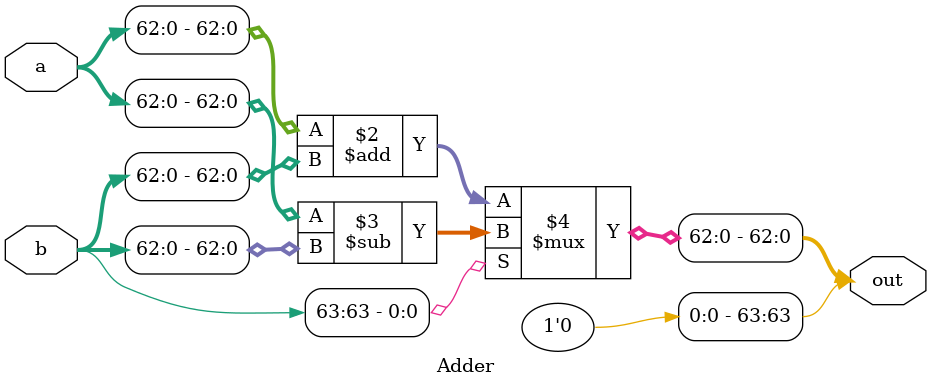
<source format=v>
`timescale 1ns / 1ps

module Adder(
    input [63:0] a,
    input [63:0] b,
    output [63:0] out
    );
    
    assign out[63] = 0;
    assign out [62:0] = b[63] == 0 ? a[62:0] + b[62:0] : a[62:0] - b[62:0]; 
 
endmodule

</source>
